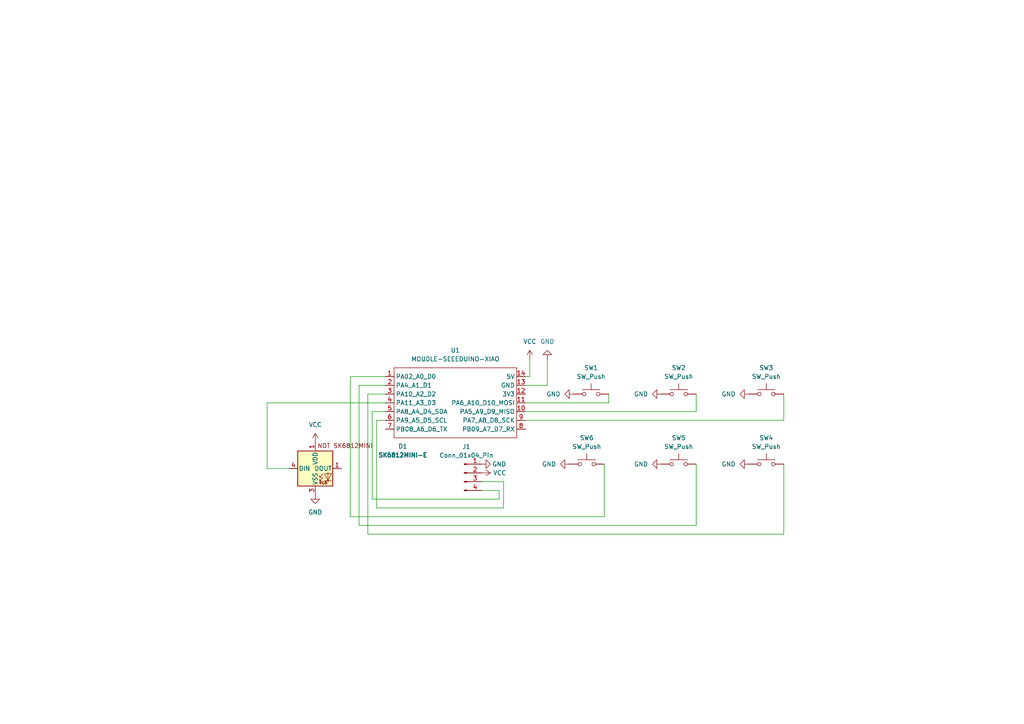
<source format=kicad_sch>
(kicad_sch
	(version 20250114)
	(generator "eeschema")
	(generator_version "9.0")
	(uuid "b0284c05-9d98-46ac-8c95-866da3dedb04")
	(paper "A4")
	(lib_symbols
		(symbol "Connector:Conn_01x04_Pin"
			(pin_names
				(offset 1.016)
				(hide yes)
			)
			(exclude_from_sim no)
			(in_bom yes)
			(on_board yes)
			(property "Reference" "J"
				(at 0 5.08 0)
				(effects
					(font
						(size 1.27 1.27)
					)
				)
			)
			(property "Value" "Conn_01x04_Pin"
				(at 0 -7.62 0)
				(effects
					(font
						(size 1.27 1.27)
					)
				)
			)
			(property "Footprint" ""
				(at 0 0 0)
				(effects
					(font
						(size 1.27 1.27)
					)
					(hide yes)
				)
			)
			(property "Datasheet" "~"
				(at 0 0 0)
				(effects
					(font
						(size 1.27 1.27)
					)
					(hide yes)
				)
			)
			(property "Description" "Generic connector, single row, 01x04, script generated"
				(at 0 0 0)
				(effects
					(font
						(size 1.27 1.27)
					)
					(hide yes)
				)
			)
			(property "ki_locked" ""
				(at 0 0 0)
				(effects
					(font
						(size 1.27 1.27)
					)
				)
			)
			(property "ki_keywords" "connector"
				(at 0 0 0)
				(effects
					(font
						(size 1.27 1.27)
					)
					(hide yes)
				)
			)
			(property "ki_fp_filters" "Connector*:*_1x??_*"
				(at 0 0 0)
				(effects
					(font
						(size 1.27 1.27)
					)
					(hide yes)
				)
			)
			(symbol "Conn_01x04_Pin_1_1"
				(rectangle
					(start 0.8636 2.667)
					(end 0 2.413)
					(stroke
						(width 0.1524)
						(type default)
					)
					(fill
						(type outline)
					)
				)
				(rectangle
					(start 0.8636 0.127)
					(end 0 -0.127)
					(stroke
						(width 0.1524)
						(type default)
					)
					(fill
						(type outline)
					)
				)
				(rectangle
					(start 0.8636 -2.413)
					(end 0 -2.667)
					(stroke
						(width 0.1524)
						(type default)
					)
					(fill
						(type outline)
					)
				)
				(rectangle
					(start 0.8636 -4.953)
					(end 0 -5.207)
					(stroke
						(width 0.1524)
						(type default)
					)
					(fill
						(type outline)
					)
				)
				(polyline
					(pts
						(xy 1.27 2.54) (xy 0.8636 2.54)
					)
					(stroke
						(width 0.1524)
						(type default)
					)
					(fill
						(type none)
					)
				)
				(polyline
					(pts
						(xy 1.27 0) (xy 0.8636 0)
					)
					(stroke
						(width 0.1524)
						(type default)
					)
					(fill
						(type none)
					)
				)
				(polyline
					(pts
						(xy 1.27 -2.54) (xy 0.8636 -2.54)
					)
					(stroke
						(width 0.1524)
						(type default)
					)
					(fill
						(type none)
					)
				)
				(polyline
					(pts
						(xy 1.27 -5.08) (xy 0.8636 -5.08)
					)
					(stroke
						(width 0.1524)
						(type default)
					)
					(fill
						(type none)
					)
				)
				(pin passive line
					(at 5.08 2.54 180)
					(length 3.81)
					(name "Pin_1"
						(effects
							(font
								(size 1.27 1.27)
							)
						)
					)
					(number "1"
						(effects
							(font
								(size 1.27 1.27)
							)
						)
					)
				)
				(pin passive line
					(at 5.08 0 180)
					(length 3.81)
					(name "Pin_2"
						(effects
							(font
								(size 1.27 1.27)
							)
						)
					)
					(number "2"
						(effects
							(font
								(size 1.27 1.27)
							)
						)
					)
				)
				(pin passive line
					(at 5.08 -2.54 180)
					(length 3.81)
					(name "Pin_3"
						(effects
							(font
								(size 1.27 1.27)
							)
						)
					)
					(number "3"
						(effects
							(font
								(size 1.27 1.27)
							)
						)
					)
				)
				(pin passive line
					(at 5.08 -5.08 180)
					(length 3.81)
					(name "Pin_4"
						(effects
							(font
								(size 1.27 1.27)
							)
						)
					)
					(number "4"
						(effects
							(font
								(size 1.27 1.27)
							)
						)
					)
				)
			)
			(embedded_fonts no)
		)
		(symbol "SK6812MINI-E:SK6812MINI-E"
			(pin_names
				(offset 0.254)
			)
			(exclude_from_sim no)
			(in_bom yes)
			(on_board yes)
			(property "Reference" "D"
				(at -3.556 5.842 0)
				(effects
					(font
						(size 1.27 1.27)
					)
					(justify right bottom)
				)
			)
			(property "Value" "SK6812MINI-E"
				(at 1.27 -5.715 0)
				(effects
					(font
						(size 1.27 1.27)
						(thickness 0.254)
						(bold yes)
					)
					(justify left top)
				)
			)
			(property "Footprint" "SK6812MINI-E - 3.2x2.8x1.78mm"
				(at 1.27 -7.62 0)
				(effects
					(font
						(size 1.27 1.27)
					)
					(justify left top)
					(hide yes)
				)
			)
			(property "Datasheet" "https://cdn-shop.adafruit.com/product-files/4960/4960_SK6812MINI-E_REV02_EN.pdf"
				(at 2.54 -9.525 0)
				(effects
					(font
						(size 1.27 1.27)
					)
					(justify left top)
					(hide yes)
				)
			)
			(property "Description" "RGB LED with integrated controller"
				(at 0 0 0)
				(effects
					(font
						(size 1.27 1.27)
					)
					(hide yes)
				)
			)
			(property "ki_keywords" "RGB LED NeoPixel Mini addressable"
				(at 0 0 0)
				(effects
					(font
						(size 1.27 1.27)
					)
					(hide yes)
				)
			)
			(property "ki_fp_filters" "LED*SK6812MINI*PLCC*3.5x3.5mm*P1.75mm*"
				(at 0 0 0)
				(effects
					(font
						(size 1.27 1.27)
					)
					(hide yes)
				)
			)
			(symbol "SK6812MINI-E_0_0"
				(text "RGB"
					(at 2.286 -4.191 0)
					(effects
						(font
							(size 0.762 0.762)
						)
					)
				)
			)
			(symbol "SK6812MINI-E_0_1"
				(rectangle
					(start -5.08 5.08)
					(end 5.08 -5.08)
					(stroke
						(width 0.254)
						(type default)
					)
					(fill
						(type background)
					)
				)
				(polyline
					(pts
						(xy 1.27 -2.54) (xy 1.778 -2.54)
					)
					(stroke
						(width 0)
						(type default)
					)
					(fill
						(type none)
					)
				)
				(polyline
					(pts
						(xy 1.27 -3.556) (xy 1.778 -3.556)
					)
					(stroke
						(width 0)
						(type default)
					)
					(fill
						(type none)
					)
				)
				(polyline
					(pts
						(xy 2.286 -1.524) (xy 1.27 -2.54) (xy 1.27 -2.032)
					)
					(stroke
						(width 0)
						(type default)
					)
					(fill
						(type none)
					)
				)
				(polyline
					(pts
						(xy 2.286 -2.54) (xy 1.27 -3.556) (xy 1.27 -3.048)
					)
					(stroke
						(width 0)
						(type default)
					)
					(fill
						(type none)
					)
				)
				(polyline
					(pts
						(xy 3.683 -1.016) (xy 3.683 -3.556) (xy 3.683 -4.064)
					)
					(stroke
						(width 0)
						(type default)
					)
					(fill
						(type none)
					)
				)
				(polyline
					(pts
						(xy 4.699 -1.524) (xy 2.667 -1.524) (xy 3.683 -3.556) (xy 4.699 -1.524)
					)
					(stroke
						(width 0)
						(type default)
					)
					(fill
						(type none)
					)
				)
				(polyline
					(pts
						(xy 4.699 -3.556) (xy 2.667 -3.556)
					)
					(stroke
						(width 0)
						(type default)
					)
					(fill
						(type none)
					)
				)
			)
			(symbol "SK6812MINI-E_1_1"
				(text "NOT SK6812MINI"
					(at 8.636 6.604 0)
					(effects
						(font
							(size 1.27 1.27)
						)
					)
				)
				(pin input line
					(at -7.62 0 0)
					(length 2.54)
					(name "DIN"
						(effects
							(font
								(size 1.27 1.27)
							)
						)
					)
					(number "4"
						(effects
							(font
								(size 1.27 1.27)
							)
						)
					)
				)
				(pin power_in line
					(at 0 7.62 270)
					(length 2.54)
					(name "VDD"
						(effects
							(font
								(size 1.27 1.27)
							)
						)
					)
					(number "1"
						(effects
							(font
								(size 1.27 1.27)
							)
						)
					)
				)
				(pin power_in line
					(at 0 -7.62 90)
					(length 2.54)
					(name "VSS"
						(effects
							(font
								(size 1.27 1.27)
							)
						)
					)
					(number "3"
						(effects
							(font
								(size 1.27 1.27)
							)
						)
					)
				)
				(pin output line
					(at 7.62 0 180)
					(length 2.54)
					(name "DOUT"
						(effects
							(font
								(size 1.27 1.27)
							)
						)
					)
					(number "1"
						(effects
							(font
								(size 1.27 1.27)
							)
						)
					)
				)
			)
			(embedded_fonts no)
		)
		(symbol "Switch:SW_Push"
			(pin_numbers
				(hide yes)
			)
			(pin_names
				(offset 1.016)
				(hide yes)
			)
			(exclude_from_sim no)
			(in_bom yes)
			(on_board yes)
			(property "Reference" "SW"
				(at 1.27 2.54 0)
				(effects
					(font
						(size 1.27 1.27)
					)
					(justify left)
				)
			)
			(property "Value" "SW_Push"
				(at 0 -1.524 0)
				(effects
					(font
						(size 1.27 1.27)
					)
				)
			)
			(property "Footprint" ""
				(at 0 5.08 0)
				(effects
					(font
						(size 1.27 1.27)
					)
					(hide yes)
				)
			)
			(property "Datasheet" "~"
				(at 0 5.08 0)
				(effects
					(font
						(size 1.27 1.27)
					)
					(hide yes)
				)
			)
			(property "Description" "Push button switch, generic, two pins"
				(at 0 0 0)
				(effects
					(font
						(size 1.27 1.27)
					)
					(hide yes)
				)
			)
			(property "ki_keywords" "switch normally-open pushbutton push-button"
				(at 0 0 0)
				(effects
					(font
						(size 1.27 1.27)
					)
					(hide yes)
				)
			)
			(symbol "SW_Push_0_1"
				(circle
					(center -2.032 0)
					(radius 0.508)
					(stroke
						(width 0)
						(type default)
					)
					(fill
						(type none)
					)
				)
				(polyline
					(pts
						(xy 0 1.27) (xy 0 3.048)
					)
					(stroke
						(width 0)
						(type default)
					)
					(fill
						(type none)
					)
				)
				(circle
					(center 2.032 0)
					(radius 0.508)
					(stroke
						(width 0)
						(type default)
					)
					(fill
						(type none)
					)
				)
				(polyline
					(pts
						(xy 2.54 1.27) (xy -2.54 1.27)
					)
					(stroke
						(width 0)
						(type default)
					)
					(fill
						(type none)
					)
				)
				(pin passive line
					(at -5.08 0 0)
					(length 2.54)
					(name "1"
						(effects
							(font
								(size 1.27 1.27)
							)
						)
					)
					(number "1"
						(effects
							(font
								(size 1.27 1.27)
							)
						)
					)
				)
				(pin passive line
					(at 5.08 0 180)
					(length 2.54)
					(name "2"
						(effects
							(font
								(size 1.27 1.27)
							)
						)
					)
					(number "2"
						(effects
							(font
								(size 1.27 1.27)
							)
						)
					)
				)
			)
			(embedded_fonts no)
		)
		(symbol "XIAO_RP2040:MOUDLE-SEEEDUINO-XIAO"
			(exclude_from_sim no)
			(in_bom yes)
			(on_board yes)
			(property "Reference" "U"
				(at -16.51 11.43 0)
				(effects
					(font
						(size 1.27 1.27)
					)
				)
			)
			(property "Value" "MOUDLE-SEEEDUINO-XIAO"
				(at -3.81 -11.43 0)
				(effects
					(font
						(size 1.27 1.27)
					)
				)
			)
			(property "Footprint" ""
				(at -16.51 2.54 0)
				(effects
					(font
						(size 1.27 1.27)
					)
					(hide yes)
				)
			)
			(property "Datasheet" ""
				(at -16.51 2.54 0)
				(effects
					(font
						(size 1.27 1.27)
					)
					(hide yes)
				)
			)
			(property "Description" ""
				(at 0 0 0)
				(effects
					(font
						(size 1.27 1.27)
					)
					(hide yes)
				)
			)
			(symbol "MOUDLE-SEEEDUINO-XIAO_0_1"
				(rectangle
					(start -16.51 10.16)
					(end 19.05 -10.16)
					(stroke
						(width 0)
						(type default)
					)
					(fill
						(type none)
					)
				)
			)
			(symbol "MOUDLE-SEEEDUINO-XIAO_1_1"
				(pin passive line
					(at -19.05 7.62 0)
					(length 2.54)
					(name "PA02_A0_D0"
						(effects
							(font
								(size 1.27 1.27)
							)
						)
					)
					(number "1"
						(effects
							(font
								(size 1.27 1.27)
							)
						)
					)
				)
				(pin passive line
					(at -19.05 5.08 0)
					(length 2.54)
					(name "PA4_A1_D1"
						(effects
							(font
								(size 1.27 1.27)
							)
						)
					)
					(number "2"
						(effects
							(font
								(size 1.27 1.27)
							)
						)
					)
				)
				(pin passive line
					(at -19.05 2.54 0)
					(length 2.54)
					(name "PA10_A2_D2"
						(effects
							(font
								(size 1.27 1.27)
							)
						)
					)
					(number "3"
						(effects
							(font
								(size 1.27 1.27)
							)
						)
					)
				)
				(pin passive line
					(at -19.05 0 0)
					(length 2.54)
					(name "PA11_A3_D3"
						(effects
							(font
								(size 1.27 1.27)
							)
						)
					)
					(number "4"
						(effects
							(font
								(size 1.27 1.27)
							)
						)
					)
				)
				(pin passive line
					(at -19.05 -2.54 0)
					(length 2.54)
					(name "PA8_A4_D4_SDA"
						(effects
							(font
								(size 1.27 1.27)
							)
						)
					)
					(number "5"
						(effects
							(font
								(size 1.27 1.27)
							)
						)
					)
				)
				(pin passive line
					(at -19.05 -5.08 0)
					(length 2.54)
					(name "PA9_A5_D5_SCL"
						(effects
							(font
								(size 1.27 1.27)
							)
						)
					)
					(number "6"
						(effects
							(font
								(size 1.27 1.27)
							)
						)
					)
				)
				(pin passive line
					(at -19.05 -7.62 0)
					(length 2.54)
					(name "PB08_A6_D6_TX"
						(effects
							(font
								(size 1.27 1.27)
							)
						)
					)
					(number "7"
						(effects
							(font
								(size 1.27 1.27)
							)
						)
					)
				)
				(pin passive line
					(at 21.59 7.62 180)
					(length 2.54)
					(name "5V"
						(effects
							(font
								(size 1.27 1.27)
							)
						)
					)
					(number "14"
						(effects
							(font
								(size 1.27 1.27)
							)
						)
					)
				)
				(pin passive line
					(at 21.59 5.08 180)
					(length 2.54)
					(name "GND"
						(effects
							(font
								(size 1.27 1.27)
							)
						)
					)
					(number "13"
						(effects
							(font
								(size 1.27 1.27)
							)
						)
					)
				)
				(pin passive line
					(at 21.59 2.54 180)
					(length 2.54)
					(name "3V3"
						(effects
							(font
								(size 1.27 1.27)
							)
						)
					)
					(number "12"
						(effects
							(font
								(size 1.27 1.27)
							)
						)
					)
				)
				(pin passive line
					(at 21.59 0 180)
					(length 2.54)
					(name "PA6_A10_D10_MOSI"
						(effects
							(font
								(size 1.27 1.27)
							)
						)
					)
					(number "11"
						(effects
							(font
								(size 1.27 1.27)
							)
						)
					)
				)
				(pin passive line
					(at 21.59 -2.54 180)
					(length 2.54)
					(name "PA5_A9_D9_MISO"
						(effects
							(font
								(size 1.27 1.27)
							)
						)
					)
					(number "10"
						(effects
							(font
								(size 1.27 1.27)
							)
						)
					)
				)
				(pin passive line
					(at 21.59 -5.08 180)
					(length 2.54)
					(name "PA7_A8_D8_SCK"
						(effects
							(font
								(size 1.27 1.27)
							)
						)
					)
					(number "9"
						(effects
							(font
								(size 1.27 1.27)
							)
						)
					)
				)
				(pin passive line
					(at 21.59 -7.62 180)
					(length 2.54)
					(name "PB09_A7_D7_RX"
						(effects
							(font
								(size 1.27 1.27)
							)
						)
					)
					(number "8"
						(effects
							(font
								(size 1.27 1.27)
							)
						)
					)
				)
			)
			(embedded_fonts no)
		)
		(symbol "power:GND"
			(power)
			(pin_numbers
				(hide yes)
			)
			(pin_names
				(offset 0)
				(hide yes)
			)
			(exclude_from_sim no)
			(in_bom yes)
			(on_board yes)
			(property "Reference" "#PWR"
				(at 0 -6.35 0)
				(effects
					(font
						(size 1.27 1.27)
					)
					(hide yes)
				)
			)
			(property "Value" "GND"
				(at 0 -3.81 0)
				(effects
					(font
						(size 1.27 1.27)
					)
				)
			)
			(property "Footprint" ""
				(at 0 0 0)
				(effects
					(font
						(size 1.27 1.27)
					)
					(hide yes)
				)
			)
			(property "Datasheet" ""
				(at 0 0 0)
				(effects
					(font
						(size 1.27 1.27)
					)
					(hide yes)
				)
			)
			(property "Description" "Power symbol creates a global label with name \"GND\" , ground"
				(at 0 0 0)
				(effects
					(font
						(size 1.27 1.27)
					)
					(hide yes)
				)
			)
			(property "ki_keywords" "global power"
				(at 0 0 0)
				(effects
					(font
						(size 1.27 1.27)
					)
					(hide yes)
				)
			)
			(symbol "GND_0_1"
				(polyline
					(pts
						(xy 0 0) (xy 0 -1.27) (xy 1.27 -1.27) (xy 0 -2.54) (xy -1.27 -1.27) (xy 0 -1.27)
					)
					(stroke
						(width 0)
						(type default)
					)
					(fill
						(type none)
					)
				)
			)
			(symbol "GND_1_1"
				(pin power_in line
					(at 0 0 270)
					(length 0)
					(name "~"
						(effects
							(font
								(size 1.27 1.27)
							)
						)
					)
					(number "1"
						(effects
							(font
								(size 1.27 1.27)
							)
						)
					)
				)
			)
			(embedded_fonts no)
		)
		(symbol "power:VCC"
			(power)
			(pin_numbers
				(hide yes)
			)
			(pin_names
				(offset 0)
				(hide yes)
			)
			(exclude_from_sim no)
			(in_bom yes)
			(on_board yes)
			(property "Reference" "#PWR"
				(at 0 -3.81 0)
				(effects
					(font
						(size 1.27 1.27)
					)
					(hide yes)
				)
			)
			(property "Value" "VCC"
				(at 0 3.556 0)
				(effects
					(font
						(size 1.27 1.27)
					)
				)
			)
			(property "Footprint" ""
				(at 0 0 0)
				(effects
					(font
						(size 1.27 1.27)
					)
					(hide yes)
				)
			)
			(property "Datasheet" ""
				(at 0 0 0)
				(effects
					(font
						(size 1.27 1.27)
					)
					(hide yes)
				)
			)
			(property "Description" "Power symbol creates a global label with name \"VCC\""
				(at 0 0 0)
				(effects
					(font
						(size 1.27 1.27)
					)
					(hide yes)
				)
			)
			(property "ki_keywords" "global power"
				(at 0 0 0)
				(effects
					(font
						(size 1.27 1.27)
					)
					(hide yes)
				)
			)
			(symbol "VCC_0_1"
				(polyline
					(pts
						(xy -0.762 1.27) (xy 0 2.54)
					)
					(stroke
						(width 0)
						(type default)
					)
					(fill
						(type none)
					)
				)
				(polyline
					(pts
						(xy 0 2.54) (xy 0.762 1.27)
					)
					(stroke
						(width 0)
						(type default)
					)
					(fill
						(type none)
					)
				)
				(polyline
					(pts
						(xy 0 0) (xy 0 2.54)
					)
					(stroke
						(width 0)
						(type default)
					)
					(fill
						(type none)
					)
				)
			)
			(symbol "VCC_1_1"
				(pin power_in line
					(at 0 0 90)
					(length 0)
					(name "~"
						(effects
							(font
								(size 1.27 1.27)
							)
						)
					)
					(number "1"
						(effects
							(font
								(size 1.27 1.27)
							)
						)
					)
				)
			)
			(embedded_fonts no)
		)
	)
	(wire
		(pts
			(xy 175.26 149.86) (xy 101.6 149.86)
		)
		(stroke
			(width 0)
			(type default)
		)
		(uuid "028905bf-6d09-443e-8a81-d03cfdfa2a0c")
	)
	(wire
		(pts
			(xy 146.05 139.7) (xy 139.7 139.7)
		)
		(stroke
			(width 0)
			(type default)
		)
		(uuid "07741634-e6fa-4457-998a-f8e76e9e630e")
	)
	(wire
		(pts
			(xy 107.95 144.78) (xy 144.78 144.78)
		)
		(stroke
			(width 0)
			(type default)
		)
		(uuid "0ae27e78-92e8-499f-bdf9-46dcccf426cc")
	)
	(wire
		(pts
			(xy 146.05 147.32) (xy 109.22 147.32)
		)
		(stroke
			(width 0)
			(type default)
		)
		(uuid "0c3f090c-0052-41ab-9563-31b59ace6475")
	)
	(wire
		(pts
			(xy 146.05 147.32) (xy 146.05 139.7)
		)
		(stroke
			(width 0)
			(type default)
		)
		(uuid "0d100123-8d5d-43bc-9177-48fd71d52ab3")
	)
	(wire
		(pts
			(xy 77.47 116.84) (xy 111.76 116.84)
		)
		(stroke
			(width 0)
			(type default)
		)
		(uuid "119d18ab-ec3c-4729-a784-cda32658bf6d")
	)
	(wire
		(pts
			(xy 104.14 152.4) (xy 104.14 111.76)
		)
		(stroke
			(width 0)
			(type default)
		)
		(uuid "13ba27ea-2d87-4a07-96c5-72bd11c0a67e")
	)
	(wire
		(pts
			(xy 201.93 134.62) (xy 201.93 152.4)
		)
		(stroke
			(width 0)
			(type default)
		)
		(uuid "1ee32fbd-e4bf-459b-adbf-901bbf35ab86")
	)
	(wire
		(pts
			(xy 227.33 114.3) (xy 227.33 121.92)
		)
		(stroke
			(width 0)
			(type default)
		)
		(uuid "3125f20c-949a-4dd8-a16f-7acc4e2b9afe")
	)
	(wire
		(pts
			(xy 104.14 111.76) (xy 111.76 111.76)
		)
		(stroke
			(width 0)
			(type default)
		)
		(uuid "3276a251-b254-47e0-bb69-e85a09b787ab")
	)
	(wire
		(pts
			(xy 101.6 149.86) (xy 101.6 109.22)
		)
		(stroke
			(width 0)
			(type default)
		)
		(uuid "3aaee2b6-d691-4422-8349-9d84ed1808fb")
	)
	(wire
		(pts
			(xy 144.78 144.78) (xy 144.78 142.24)
		)
		(stroke
			(width 0)
			(type default)
		)
		(uuid "40390274-0979-4514-af39-aae3c1aef342")
	)
	(wire
		(pts
			(xy 109.22 147.32) (xy 109.22 121.92)
		)
		(stroke
			(width 0)
			(type default)
		)
		(uuid "4a1de1fc-1d0e-4678-93b1-d5461c2f66d6")
	)
	(wire
		(pts
			(xy 227.33 154.94) (xy 106.68 154.94)
		)
		(stroke
			(width 0)
			(type default)
		)
		(uuid "4f499466-0c48-4edd-948d-166126596e8e")
	)
	(wire
		(pts
			(xy 139.7 142.24) (xy 144.78 142.24)
		)
		(stroke
			(width 0)
			(type default)
		)
		(uuid "60c4d579-0fdf-4d22-b2b7-7145097d3b8d")
	)
	(wire
		(pts
			(xy 109.22 121.92) (xy 111.76 121.92)
		)
		(stroke
			(width 0)
			(type default)
		)
		(uuid "642de6bc-1774-4203-9668-5cde3d31d390")
	)
	(wire
		(pts
			(xy 83.82 135.89) (xy 77.47 135.89)
		)
		(stroke
			(width 0)
			(type default)
		)
		(uuid "68c755ea-d704-4b6f-879e-7989dc846138")
	)
	(wire
		(pts
			(xy 201.93 114.3) (xy 201.93 119.38)
		)
		(stroke
			(width 0)
			(type default)
		)
		(uuid "6a502794-74b4-4af1-a6d1-3f1bac66f810")
	)
	(wire
		(pts
			(xy 101.6 109.22) (xy 111.76 109.22)
		)
		(stroke
			(width 0)
			(type default)
		)
		(uuid "6fea876e-ea6a-4e58-8bcd-6c7da3780e3a")
	)
	(wire
		(pts
			(xy 158.75 104.14) (xy 158.75 111.76)
		)
		(stroke
			(width 0)
			(type default)
		)
		(uuid "73033db6-da97-4bf4-bcd2-0e76029b5cb7")
	)
	(wire
		(pts
			(xy 176.53 114.3) (xy 176.53 116.84)
		)
		(stroke
			(width 0)
			(type default)
		)
		(uuid "7de44e23-705a-447c-92ac-4888dbc43749")
	)
	(wire
		(pts
			(xy 175.26 134.62) (xy 175.26 149.86)
		)
		(stroke
			(width 0)
			(type default)
		)
		(uuid "8b49d841-6fe5-4622-a620-36f904b1a428")
	)
	(wire
		(pts
			(xy 227.33 121.92) (xy 152.4 121.92)
		)
		(stroke
			(width 0)
			(type default)
		)
		(uuid "8d41d4b5-314d-4e06-9cab-798436098540")
	)
	(wire
		(pts
			(xy 111.76 119.38) (xy 107.95 119.38)
		)
		(stroke
			(width 0)
			(type default)
		)
		(uuid "8f5788b9-e005-4eaa-a21d-0697165d9e96")
	)
	(wire
		(pts
			(xy 158.75 111.76) (xy 152.4 111.76)
		)
		(stroke
			(width 0)
			(type default)
		)
		(uuid "969c9c8b-9b67-437d-8485-d309ad2b31ca")
	)
	(wire
		(pts
			(xy 227.33 134.62) (xy 227.33 154.94)
		)
		(stroke
			(width 0)
			(type default)
		)
		(uuid "a10fd6d0-8044-4a11-a900-b8edabf754d3")
	)
	(wire
		(pts
			(xy 77.47 135.89) (xy 77.47 116.84)
		)
		(stroke
			(width 0)
			(type default)
		)
		(uuid "a317a4ca-cb8a-4b92-9ea5-7462a8f85ca7")
	)
	(wire
		(pts
			(xy 106.68 154.94) (xy 106.68 114.3)
		)
		(stroke
			(width 0)
			(type default)
		)
		(uuid "abe2a300-8ae1-454a-8a73-a8933bb01120")
	)
	(wire
		(pts
			(xy 201.93 119.38) (xy 152.4 119.38)
		)
		(stroke
			(width 0)
			(type default)
		)
		(uuid "ae02710b-6f4c-4ae8-a7e8-216ffb24bea6")
	)
	(wire
		(pts
			(xy 153.67 109.22) (xy 152.4 109.22)
		)
		(stroke
			(width 0)
			(type default)
		)
		(uuid "b01324e2-5d6d-486f-83d5-2477adb14692")
	)
	(wire
		(pts
			(xy 106.68 114.3) (xy 111.76 114.3)
		)
		(stroke
			(width 0)
			(type default)
		)
		(uuid "b11b3cc1-158b-4ab4-b196-1be5737076cb")
	)
	(wire
		(pts
			(xy 201.93 152.4) (xy 104.14 152.4)
		)
		(stroke
			(width 0)
			(type default)
		)
		(uuid "cdbd083f-f1d2-40b8-9894-8f6538bbbcf9")
	)
	(wire
		(pts
			(xy 176.53 116.84) (xy 152.4 116.84)
		)
		(stroke
			(width 0)
			(type default)
		)
		(uuid "ce1613db-4fa6-4aa0-95cf-6d70be5e479b")
	)
	(wire
		(pts
			(xy 153.67 104.14) (xy 153.67 109.22)
		)
		(stroke
			(width 0)
			(type default)
		)
		(uuid "e019f4a0-4e6e-4854-8953-4fb1d4b3a57e")
	)
	(wire
		(pts
			(xy 107.95 119.38) (xy 107.95 144.78)
		)
		(stroke
			(width 0)
			(type default)
		)
		(uuid "f9344073-667e-45a5-97af-af7fc29f831f")
	)
	(symbol
		(lib_id "power:GND")
		(at 165.1 134.62 270)
		(unit 1)
		(exclude_from_sim no)
		(in_bom yes)
		(on_board yes)
		(dnp no)
		(fields_autoplaced yes)
		(uuid "1b9e775d-a416-44ca-827d-fce1cdf144a4")
		(property "Reference" "#PWR03"
			(at 158.75 134.62 0)
			(effects
				(font
					(size 1.27 1.27)
				)
				(hide yes)
			)
		)
		(property "Value" "GND"
			(at 161.29 134.6199 90)
			(effects
				(font
					(size 1.27 1.27)
				)
				(justify right)
			)
		)
		(property "Footprint" ""
			(at 165.1 134.62 0)
			(effects
				(font
					(size 1.27 1.27)
				)
				(hide yes)
			)
		)
		(property "Datasheet" ""
			(at 165.1 134.62 0)
			(effects
				(font
					(size 1.27 1.27)
				)
				(hide yes)
			)
		)
		(property "Description" "Power symbol creates a global label with name \"GND\" , ground"
			(at 165.1 134.62 0)
			(effects
				(font
					(size 1.27 1.27)
				)
				(hide yes)
			)
		)
		(pin "1"
			(uuid "609dbde7-2098-436a-8184-ec275c13a7a1")
		)
		(instances
			(project ""
				(path "/b0284c05-9d98-46ac-8c95-866da3dedb04"
					(reference "#PWR03")
					(unit 1)
				)
			)
		)
	)
	(symbol
		(lib_id "power:GND")
		(at 91.44 143.51 0)
		(unit 1)
		(exclude_from_sim no)
		(in_bom yes)
		(on_board yes)
		(dnp no)
		(fields_autoplaced yes)
		(uuid "24014684-655b-4a69-966d-035bef3021fa")
		(property "Reference" "#PWR08"
			(at 91.44 149.86 0)
			(effects
				(font
					(size 1.27 1.27)
				)
				(hide yes)
			)
		)
		(property "Value" "GND"
			(at 91.44 148.59 0)
			(effects
				(font
					(size 1.27 1.27)
				)
			)
		)
		(property "Footprint" ""
			(at 91.44 143.51 0)
			(effects
				(font
					(size 1.27 1.27)
				)
				(hide yes)
			)
		)
		(property "Datasheet" ""
			(at 91.44 143.51 0)
			(effects
				(font
					(size 1.27 1.27)
				)
				(hide yes)
			)
		)
		(property "Description" "Power symbol creates a global label with name \"GND\" , ground"
			(at 91.44 143.51 0)
			(effects
				(font
					(size 1.27 1.27)
				)
				(hide yes)
			)
		)
		(pin "1"
			(uuid "54e0a049-2c04-454b-83ba-1a8d80fca6e4")
		)
		(instances
			(project ""
				(path "/b0284c05-9d98-46ac-8c95-866da3dedb04"
					(reference "#PWR08")
					(unit 1)
				)
			)
		)
	)
	(symbol
		(lib_id "power:GND")
		(at 217.17 114.3 270)
		(unit 1)
		(exclude_from_sim no)
		(in_bom yes)
		(on_board yes)
		(dnp no)
		(fields_autoplaced yes)
		(uuid "382cb428-df64-4a6c-bf96-8a38a311bdba")
		(property "Reference" "#PWR06"
			(at 210.82 114.3 0)
			(effects
				(font
					(size 1.27 1.27)
				)
				(hide yes)
			)
		)
		(property "Value" "GND"
			(at 213.36 114.2999 90)
			(effects
				(font
					(size 1.27 1.27)
				)
				(justify right)
			)
		)
		(property "Footprint" ""
			(at 217.17 114.3 0)
			(effects
				(font
					(size 1.27 1.27)
				)
				(hide yes)
			)
		)
		(property "Datasheet" ""
			(at 217.17 114.3 0)
			(effects
				(font
					(size 1.27 1.27)
				)
				(hide yes)
			)
		)
		(property "Description" "Power symbol creates a global label with name \"GND\" , ground"
			(at 217.17 114.3 0)
			(effects
				(font
					(size 1.27 1.27)
				)
				(hide yes)
			)
		)
		(pin "1"
			(uuid "609dbde7-2098-436a-8184-ec275c13a7a1")
		)
		(instances
			(project ""
				(path "/b0284c05-9d98-46ac-8c95-866da3dedb04"
					(reference "#PWR06")
					(unit 1)
				)
			)
		)
	)
	(symbol
		(lib_id "Switch:SW_Push")
		(at 170.18 134.62 0)
		(unit 1)
		(exclude_from_sim no)
		(in_bom yes)
		(on_board yes)
		(dnp no)
		(fields_autoplaced yes)
		(uuid "3baa5f36-1c60-452c-bcf1-b9f147ab7d33")
		(property "Reference" "SW6"
			(at 170.18 127 0)
			(effects
				(font
					(size 1.27 1.27)
				)
			)
		)
		(property "Value" "SW_Push"
			(at 170.18 129.54 0)
			(effects
				(font
					(size 1.27 1.27)
				)
			)
		)
		(property "Footprint" "Button_Switch_Keyboard:SW_Cherry_MX_1.00u_PCB"
			(at 170.18 129.54 0)
			(effects
				(font
					(size 1.27 1.27)
				)
				(hide yes)
			)
		)
		(property "Datasheet" "~"
			(at 170.18 129.54 0)
			(effects
				(font
					(size 1.27 1.27)
				)
				(hide yes)
			)
		)
		(property "Description" "Push button switch, generic, two pins"
			(at 170.18 134.62 0)
			(effects
				(font
					(size 1.27 1.27)
				)
				(hide yes)
			)
		)
		(pin "2"
			(uuid "e2ca74d6-3575-458c-8367-7ff0875fba53")
		)
		(pin "1"
			(uuid "ef2d47d9-1b12-4e63-a288-aad309b5f503")
		)
		(instances
			(project ""
				(path "/b0284c05-9d98-46ac-8c95-866da3dedb04"
					(reference "SW6")
					(unit 1)
				)
			)
		)
	)
	(symbol
		(lib_id "power:VCC")
		(at 153.67 104.14 0)
		(unit 1)
		(exclude_from_sim no)
		(in_bom yes)
		(on_board yes)
		(dnp no)
		(fields_autoplaced yes)
		(uuid "756d453c-b0d3-4c45-87a8-6fb84e78b01d")
		(property "Reference" "#PWR011"
			(at 153.67 107.95 0)
			(effects
				(font
					(size 1.27 1.27)
				)
				(hide yes)
			)
		)
		(property "Value" "VCC"
			(at 153.67 99.06 0)
			(effects
				(font
					(size 1.27 1.27)
				)
			)
		)
		(property "Footprint" ""
			(at 153.67 104.14 0)
			(effects
				(font
					(size 1.27 1.27)
				)
				(hide yes)
			)
		)
		(property "Datasheet" ""
			(at 153.67 104.14 0)
			(effects
				(font
					(size 1.27 1.27)
				)
				(hide yes)
			)
		)
		(property "Description" "Power symbol creates a global label with name \"VCC\""
			(at 153.67 104.14 0)
			(effects
				(font
					(size 1.27 1.27)
				)
				(hide yes)
			)
		)
		(pin "1"
			(uuid "6e43643f-a589-46c9-9af1-1457a1262b99")
		)
		(instances
			(project ""
				(path "/b0284c05-9d98-46ac-8c95-866da3dedb04"
					(reference "#PWR011")
					(unit 1)
				)
			)
		)
	)
	(symbol
		(lib_id "power:GND")
		(at 191.77 114.3 270)
		(unit 1)
		(exclude_from_sim no)
		(in_bom yes)
		(on_board yes)
		(dnp no)
		(fields_autoplaced yes)
		(uuid "7d9db6e7-8e13-4b4c-a823-2b63664f73e8")
		(property "Reference" "#PWR05"
			(at 185.42 114.3 0)
			(effects
				(font
					(size 1.27 1.27)
				)
				(hide yes)
			)
		)
		(property "Value" "GND"
			(at 187.96 114.2999 90)
			(effects
				(font
					(size 1.27 1.27)
				)
				(justify right)
			)
		)
		(property "Footprint" ""
			(at 191.77 114.3 0)
			(effects
				(font
					(size 1.27 1.27)
				)
				(hide yes)
			)
		)
		(property "Datasheet" ""
			(at 191.77 114.3 0)
			(effects
				(font
					(size 1.27 1.27)
				)
				(hide yes)
			)
		)
		(property "Description" "Power symbol creates a global label with name \"GND\" , ground"
			(at 191.77 114.3 0)
			(effects
				(font
					(size 1.27 1.27)
				)
				(hide yes)
			)
		)
		(pin "1"
			(uuid "609dbde7-2098-436a-8184-ec275c13a7a1")
		)
		(instances
			(project ""
				(path "/b0284c05-9d98-46ac-8c95-866da3dedb04"
					(reference "#PWR05")
					(unit 1)
				)
			)
		)
	)
	(symbol
		(lib_id "XIAO_RP2040:MOUDLE-SEEEDUINO-XIAO")
		(at 130.81 116.84 0)
		(unit 1)
		(exclude_from_sim no)
		(in_bom yes)
		(on_board yes)
		(dnp no)
		(fields_autoplaced yes)
		(uuid "8aafc16d-49c3-476e-b7ca-5d4abdcac508")
		(property "Reference" "U1"
			(at 132.08 101.6 0)
			(effects
				(font
					(size 1.27 1.27)
				)
			)
		)
		(property "Value" "MOUDLE-SEEEDUINO-XIAO"
			(at 132.08 104.14 0)
			(effects
				(font
					(size 1.27 1.27)
				)
			)
		)
		(property "Footprint" "footprints:XIAO-Generic-Hybrid-14P-2.54-21X17.8MM"
			(at 114.3 114.3 0)
			(effects
				(font
					(size 1.27 1.27)
				)
				(hide yes)
			)
		)
		(property "Datasheet" ""
			(at 114.3 114.3 0)
			(effects
				(font
					(size 1.27 1.27)
				)
				(hide yes)
			)
		)
		(property "Description" ""
			(at 130.81 116.84 0)
			(effects
				(font
					(size 1.27 1.27)
				)
				(hide yes)
			)
		)
		(pin "7"
			(uuid "75150a9f-fa31-4a7d-9bd6-b2282aef2c52")
		)
		(pin "1"
			(uuid "67bb1bea-a94f-4e45-9ead-f04b4ff0bfbe")
		)
		(pin "10"
			(uuid "b387d273-7077-4366-991e-0f3c78d1f4bd")
		)
		(pin "8"
			(uuid "466d6189-124a-4784-8a8c-4b03336ed8bf")
		)
		(pin "2"
			(uuid "32c1f86a-de07-472f-aba5-e72743177800")
		)
		(pin "5"
			(uuid "16ca6dbe-dd8d-4071-a9b8-285e0a00ef2c")
		)
		(pin "6"
			(uuid "f66d1340-09b4-4453-9c14-813427e01ef8")
		)
		(pin "3"
			(uuid "9c4a440e-6084-4b3b-a8f3-e0b4ceb84532")
		)
		(pin "4"
			(uuid "fb0fa119-5ff2-4c3c-a955-6c91661c3442")
		)
		(pin "14"
			(uuid "adba2c6c-5ebc-4827-b99d-578e86fa383e")
		)
		(pin "12"
			(uuid "b3312b06-c900-47d6-9625-6f50e7b56a4f")
		)
		(pin "13"
			(uuid "0fb0f8bf-f5f6-4aca-a715-e07d4beb12e9")
		)
		(pin "11"
			(uuid "f8e75b10-672f-449d-94be-9089f9f96976")
		)
		(pin "9"
			(uuid "95a476fd-d7c4-49ba-8830-701651b601ed")
		)
		(instances
			(project ""
				(path "/b0284c05-9d98-46ac-8c95-866da3dedb04"
					(reference "U1")
					(unit 1)
				)
			)
		)
	)
	(symbol
		(lib_id "power:VCC")
		(at 139.7 137.16 270)
		(unit 1)
		(exclude_from_sim no)
		(in_bom yes)
		(on_board yes)
		(dnp no)
		(uuid "925e28e3-eaaf-4354-ba70-56e64b91e0a6")
		(property "Reference" "#PWR09"
			(at 135.89 137.16 0)
			(effects
				(font
					(size 1.27 1.27)
				)
				(hide yes)
			)
		)
		(property "Value" "VCC"
			(at 143.002 137.16 90)
			(effects
				(font
					(size 1.27 1.27)
				)
				(justify left)
			)
		)
		(property "Footprint" ""
			(at 139.7 137.16 0)
			(effects
				(font
					(size 1.27 1.27)
				)
				(hide yes)
			)
		)
		(property "Datasheet" ""
			(at 139.7 137.16 0)
			(effects
				(font
					(size 1.27 1.27)
				)
				(hide yes)
			)
		)
		(property "Description" "Power symbol creates a global label with name \"VCC\""
			(at 139.7 137.16 0)
			(effects
				(font
					(size 1.27 1.27)
				)
				(hide yes)
			)
		)
		(pin "1"
			(uuid "e22853fc-1117-493f-9093-ae5194891988")
		)
		(instances
			(project ""
				(path "/b0284c05-9d98-46ac-8c95-866da3dedb04"
					(reference "#PWR09")
					(unit 1)
				)
			)
		)
	)
	(symbol
		(lib_id "power:GND")
		(at 158.75 104.14 180)
		(unit 1)
		(exclude_from_sim no)
		(in_bom yes)
		(on_board yes)
		(dnp no)
		(uuid "a6dfeb04-a8fe-4ac4-a265-823208322f38")
		(property "Reference" "#PWR012"
			(at 158.75 97.79 0)
			(effects
				(font
					(size 1.27 1.27)
				)
				(hide yes)
			)
		)
		(property "Value" "GND"
			(at 158.75 99.06 0)
			(effects
				(font
					(size 1.27 1.27)
				)
			)
		)
		(property "Footprint" ""
			(at 158.75 104.14 0)
			(effects
				(font
					(size 1.27 1.27)
				)
				(hide yes)
			)
		)
		(property "Datasheet" ""
			(at 158.75 104.14 0)
			(effects
				(font
					(size 1.27 1.27)
				)
				(hide yes)
			)
		)
		(property "Description" "Power symbol creates a global label with name \"GND\" , ground"
			(at 158.75 104.14 0)
			(effects
				(font
					(size 1.27 1.27)
				)
				(hide yes)
			)
		)
		(pin "1"
			(uuid "fdc1a0f8-1956-4af4-a2d1-9967cd7ac08a")
		)
		(instances
			(project ""
				(path "/b0284c05-9d98-46ac-8c95-866da3dedb04"
					(reference "#PWR012")
					(unit 1)
				)
			)
		)
	)
	(symbol
		(lib_id "Switch:SW_Push")
		(at 222.25 134.62 0)
		(unit 1)
		(exclude_from_sim no)
		(in_bom yes)
		(on_board yes)
		(dnp no)
		(fields_autoplaced yes)
		(uuid "c3f921f0-9da0-4852-bc98-91d1d153dac7")
		(property "Reference" "SW4"
			(at 222.25 127 0)
			(effects
				(font
					(size 1.27 1.27)
				)
			)
		)
		(property "Value" "SW_Push"
			(at 222.25 129.54 0)
			(effects
				(font
					(size 1.27 1.27)
				)
			)
		)
		(property "Footprint" "Button_Switch_Keyboard:SW_Cherry_MX_1.00u_PCB"
			(at 222.25 129.54 0)
			(effects
				(font
					(size 1.27 1.27)
				)
				(hide yes)
			)
		)
		(property "Datasheet" "~"
			(at 222.25 129.54 0)
			(effects
				(font
					(size 1.27 1.27)
				)
				(hide yes)
			)
		)
		(property "Description" "Push button switch, generic, two pins"
			(at 222.25 134.62 0)
			(effects
				(font
					(size 1.27 1.27)
				)
				(hide yes)
			)
		)
		(pin "2"
			(uuid "e2ca74d6-3575-458c-8367-7ff0875fba53")
		)
		(pin "1"
			(uuid "ef2d47d9-1b12-4e63-a288-aad309b5f503")
		)
		(instances
			(project ""
				(path "/b0284c05-9d98-46ac-8c95-866da3dedb04"
					(reference "SW4")
					(unit 1)
				)
			)
		)
	)
	(symbol
		(lib_id "SK6812MINI-E:SK6812MINI-E")
		(at 91.44 135.89 0)
		(unit 1)
		(exclude_from_sim no)
		(in_bom yes)
		(on_board yes)
		(dnp no)
		(fields_autoplaced yes)
		(uuid "c5db4e77-6191-48bb-b54d-e2a11b18f2b3")
		(property "Reference" "D1"
			(at 116.84 129.4698 0)
			(effects
				(font
					(size 1.27 1.27)
				)
			)
		)
		(property "Value" "SK6812MINI-E"
			(at 116.84 132.0099 0)
			(effects
				(font
					(size 1.27 1.27)
					(thickness 0.254)
					(bold yes)
				)
			)
		)
		(property "Footprint" "footprints:SK6812MINI-E_fixed"
			(at 92.71 143.51 0)
			(effects
				(font
					(size 1.27 1.27)
				)
				(justify left top)
				(hide yes)
			)
		)
		(property "Datasheet" "https://cdn-shop.adafruit.com/product-files/4960/4960_SK6812MINI-E_REV02_EN.pdf"
			(at 93.98 145.415 0)
			(effects
				(font
					(size 1.27 1.27)
				)
				(justify left top)
				(hide yes)
			)
		)
		(property "Description" "RGB LED with integrated controller"
			(at 91.44 135.89 0)
			(effects
				(font
					(size 1.27 1.27)
				)
				(hide yes)
			)
		)
		(pin "3"
			(uuid "d025b424-a18a-4b0b-a233-8d85a2e760b3")
		)
		(pin "4"
			(uuid "7b100e59-7761-4a4e-b191-9df36354c4c5")
		)
		(pin "1"
			(uuid "8e3d3610-0fa2-4940-b2b0-f0870461c408")
		)
		(pin "1"
			(uuid "ccf7fcd3-4a96-46fa-91e0-a10103242def")
		)
		(instances
			(project ""
				(path "/b0284c05-9d98-46ac-8c95-866da3dedb04"
					(reference "D1")
					(unit 1)
				)
			)
		)
	)
	(symbol
		(lib_id "power:GND")
		(at 166.37 114.3 270)
		(unit 1)
		(exclude_from_sim no)
		(in_bom yes)
		(on_board yes)
		(dnp no)
		(fields_autoplaced yes)
		(uuid "c6a13ef1-e8be-4fe4-97a6-3bab01d7ce9e")
		(property "Reference" "#PWR02"
			(at 160.02 114.3 0)
			(effects
				(font
					(size 1.27 1.27)
				)
				(hide yes)
			)
		)
		(property "Value" "GND"
			(at 162.56 114.2999 90)
			(effects
				(font
					(size 1.27 1.27)
				)
				(justify right)
			)
		)
		(property "Footprint" ""
			(at 166.37 114.3 0)
			(effects
				(font
					(size 1.27 1.27)
				)
				(hide yes)
			)
		)
		(property "Datasheet" ""
			(at 166.37 114.3 0)
			(effects
				(font
					(size 1.27 1.27)
				)
				(hide yes)
			)
		)
		(property "Description" "Power symbol creates a global label with name \"GND\" , ground"
			(at 166.37 114.3 0)
			(effects
				(font
					(size 1.27 1.27)
				)
				(hide yes)
			)
		)
		(pin "1"
			(uuid "609dbde7-2098-436a-8184-ec275c13a7a1")
		)
		(instances
			(project ""
				(path "/b0284c05-9d98-46ac-8c95-866da3dedb04"
					(reference "#PWR02")
					(unit 1)
				)
			)
		)
	)
	(symbol
		(lib_id "power:GND")
		(at 139.7 134.62 90)
		(unit 1)
		(exclude_from_sim no)
		(in_bom yes)
		(on_board yes)
		(dnp no)
		(uuid "c8f9367f-b90c-447f-bc80-5dd5fdafd6d0")
		(property "Reference" "#PWR01"
			(at 146.05 134.62 0)
			(effects
				(font
					(size 1.27 1.27)
				)
				(hide yes)
			)
		)
		(property "Value" "GND"
			(at 144.78 134.62 90)
			(effects
				(font
					(size 1.27 1.27)
				)
			)
		)
		(property "Footprint" ""
			(at 139.7 134.62 0)
			(effects
				(font
					(size 1.27 1.27)
				)
				(hide yes)
			)
		)
		(property "Datasheet" ""
			(at 139.7 134.62 0)
			(effects
				(font
					(size 1.27 1.27)
				)
				(hide yes)
			)
		)
		(property "Description" "Power symbol creates a global label with name \"GND\" , ground"
			(at 139.7 134.62 0)
			(effects
				(font
					(size 1.27 1.27)
				)
				(hide yes)
			)
		)
		(pin "1"
			(uuid "0be77876-ea18-47e9-8cff-6c0475df6d2b")
		)
		(instances
			(project ""
				(path "/b0284c05-9d98-46ac-8c95-866da3dedb04"
					(reference "#PWR01")
					(unit 1)
				)
			)
		)
	)
	(symbol
		(lib_id "power:GND")
		(at 191.77 134.62 270)
		(unit 1)
		(exclude_from_sim no)
		(in_bom yes)
		(on_board yes)
		(dnp no)
		(fields_autoplaced yes)
		(uuid "ca1118e8-9047-45b8-ae7c-e588179790b8")
		(property "Reference" "#PWR04"
			(at 185.42 134.62 0)
			(effects
				(font
					(size 1.27 1.27)
				)
				(hide yes)
			)
		)
		(property "Value" "GND"
			(at 187.96 134.6199 90)
			(effects
				(font
					(size 1.27 1.27)
				)
				(justify right)
			)
		)
		(property "Footprint" ""
			(at 191.77 134.62 0)
			(effects
				(font
					(size 1.27 1.27)
				)
				(hide yes)
			)
		)
		(property "Datasheet" ""
			(at 191.77 134.62 0)
			(effects
				(font
					(size 1.27 1.27)
				)
				(hide yes)
			)
		)
		(property "Description" "Power symbol creates a global label with name \"GND\" , ground"
			(at 191.77 134.62 0)
			(effects
				(font
					(size 1.27 1.27)
				)
				(hide yes)
			)
		)
		(pin "1"
			(uuid "609dbde7-2098-436a-8184-ec275c13a7a1")
		)
		(instances
			(project ""
				(path "/b0284c05-9d98-46ac-8c95-866da3dedb04"
					(reference "#PWR04")
					(unit 1)
				)
			)
		)
	)
	(symbol
		(lib_id "Connector:Conn_01x04_Pin")
		(at 134.62 137.16 0)
		(unit 1)
		(exclude_from_sim no)
		(in_bom yes)
		(on_board yes)
		(dnp no)
		(fields_autoplaced yes)
		(uuid "cf613e31-5c3a-412f-ae9a-32afc2bf775a")
		(property "Reference" "J1"
			(at 135.255 129.54 0)
			(effects
				(font
					(size 1.27 1.27)
				)
			)
		)
		(property "Value" "Conn_01x04_Pin"
			(at 135.255 132.08 0)
			(effects
				(font
					(size 1.27 1.27)
				)
			)
		)
		(property "Footprint" "footprints:SSD1306-0.91-OLED-4pin-128x32"
			(at 134.62 137.16 0)
			(effects
				(font
					(size 1.27 1.27)
				)
				(hide yes)
			)
		)
		(property "Datasheet" "~"
			(at 134.62 137.16 0)
			(effects
				(font
					(size 1.27 1.27)
				)
				(hide yes)
			)
		)
		(property "Description" "Generic connector, single row, 01x04, script generated"
			(at 134.62 137.16 0)
			(effects
				(font
					(size 1.27 1.27)
				)
				(hide yes)
			)
		)
		(pin "1"
			(uuid "bcb4e677-cf47-4d08-bc18-5bf51e198686")
		)
		(pin "3"
			(uuid "a2f63ae5-c65f-467c-b4f2-91ef0cbd166a")
		)
		(pin "2"
			(uuid "b0b3fc4b-998f-4a50-9b37-9adc143fd48e")
		)
		(pin "4"
			(uuid "2b09b300-6cef-48f3-8d81-cc4cd7a38826")
		)
		(instances
			(project ""
				(path "/b0284c05-9d98-46ac-8c95-866da3dedb04"
					(reference "J1")
					(unit 1)
				)
			)
		)
	)
	(symbol
		(lib_id "Switch:SW_Push")
		(at 196.85 114.3 0)
		(unit 1)
		(exclude_from_sim no)
		(in_bom yes)
		(on_board yes)
		(dnp no)
		(fields_autoplaced yes)
		(uuid "db318411-3e8c-483b-9100-0968b333e8bf")
		(property "Reference" "SW2"
			(at 196.85 106.68 0)
			(effects
				(font
					(size 1.27 1.27)
				)
			)
		)
		(property "Value" "SW_Push"
			(at 196.85 109.22 0)
			(effects
				(font
					(size 1.27 1.27)
				)
			)
		)
		(property "Footprint" "Button_Switch_Keyboard:SW_Cherry_MX_1.00u_PCB"
			(at 196.85 109.22 0)
			(effects
				(font
					(size 1.27 1.27)
				)
				(hide yes)
			)
		)
		(property "Datasheet" "~"
			(at 196.85 109.22 0)
			(effects
				(font
					(size 1.27 1.27)
				)
				(hide yes)
			)
		)
		(property "Description" "Push button switch, generic, two pins"
			(at 196.85 114.3 0)
			(effects
				(font
					(size 1.27 1.27)
				)
				(hide yes)
			)
		)
		(pin "2"
			(uuid "e2ca74d6-3575-458c-8367-7ff0875fba53")
		)
		(pin "1"
			(uuid "ef2d47d9-1b12-4e63-a288-aad309b5f503")
		)
		(instances
			(project ""
				(path "/b0284c05-9d98-46ac-8c95-866da3dedb04"
					(reference "SW2")
					(unit 1)
				)
			)
		)
	)
	(symbol
		(lib_id "power:GND")
		(at 217.17 134.62 270)
		(unit 1)
		(exclude_from_sim no)
		(in_bom yes)
		(on_board yes)
		(dnp no)
		(fields_autoplaced yes)
		(uuid "e286c3a3-e1af-4860-93d9-b4f2e9cf7e0a")
		(property "Reference" "#PWR07"
			(at 210.82 134.62 0)
			(effects
				(font
					(size 1.27 1.27)
				)
				(hide yes)
			)
		)
		(property "Value" "GND"
			(at 213.36 134.6199 90)
			(effects
				(font
					(size 1.27 1.27)
				)
				(justify right)
			)
		)
		(property "Footprint" ""
			(at 217.17 134.62 0)
			(effects
				(font
					(size 1.27 1.27)
				)
				(hide yes)
			)
		)
		(property "Datasheet" ""
			(at 217.17 134.62 0)
			(effects
				(font
					(size 1.27 1.27)
				)
				(hide yes)
			)
		)
		(property "Description" "Power symbol creates a global label with name \"GND\" , ground"
			(at 217.17 134.62 0)
			(effects
				(font
					(size 1.27 1.27)
				)
				(hide yes)
			)
		)
		(pin "1"
			(uuid "609dbde7-2098-436a-8184-ec275c13a7a1")
		)
		(instances
			(project ""
				(path "/b0284c05-9d98-46ac-8c95-866da3dedb04"
					(reference "#PWR07")
					(unit 1)
				)
			)
		)
	)
	(symbol
		(lib_id "Switch:SW_Push")
		(at 196.85 134.62 0)
		(unit 1)
		(exclude_from_sim no)
		(in_bom yes)
		(on_board yes)
		(dnp no)
		(fields_autoplaced yes)
		(uuid "e3f4fafd-19ba-46d4-ad6c-2ff6d6b6c710")
		(property "Reference" "SW5"
			(at 196.85 127 0)
			(effects
				(font
					(size 1.27 1.27)
				)
			)
		)
		(property "Value" "SW_Push"
			(at 196.85 129.54 0)
			(effects
				(font
					(size 1.27 1.27)
				)
			)
		)
		(property "Footprint" "Button_Switch_Keyboard:SW_Cherry_MX_1.00u_PCB"
			(at 196.85 129.54 0)
			(effects
				(font
					(size 1.27 1.27)
				)
				(hide yes)
			)
		)
		(property "Datasheet" "~"
			(at 196.85 129.54 0)
			(effects
				(font
					(size 1.27 1.27)
				)
				(hide yes)
			)
		)
		(property "Description" "Push button switch, generic, two pins"
			(at 196.85 134.62 0)
			(effects
				(font
					(size 1.27 1.27)
				)
				(hide yes)
			)
		)
		(pin "2"
			(uuid "e2ca74d6-3575-458c-8367-7ff0875fba53")
		)
		(pin "1"
			(uuid "ef2d47d9-1b12-4e63-a288-aad309b5f503")
		)
		(instances
			(project ""
				(path "/b0284c05-9d98-46ac-8c95-866da3dedb04"
					(reference "SW5")
					(unit 1)
				)
			)
		)
	)
	(symbol
		(lib_id "Switch:SW_Push")
		(at 171.45 114.3 0)
		(unit 1)
		(exclude_from_sim no)
		(in_bom yes)
		(on_board yes)
		(dnp no)
		(fields_autoplaced yes)
		(uuid "f355c195-532a-4b61-a222-661db568d8d6")
		(property "Reference" "SW1"
			(at 171.45 106.68 0)
			(effects
				(font
					(size 1.27 1.27)
				)
			)
		)
		(property "Value" "SW_Push"
			(at 171.45 109.22 0)
			(effects
				(font
					(size 1.27 1.27)
				)
			)
		)
		(property "Footprint" "Button_Switch_Keyboard:SW_Cherry_MX_1.00u_PCB"
			(at 171.45 109.22 0)
			(effects
				(font
					(size 1.27 1.27)
				)
				(hide yes)
			)
		)
		(property "Datasheet" "~"
			(at 171.45 109.22 0)
			(effects
				(font
					(size 1.27 1.27)
				)
				(hide yes)
			)
		)
		(property "Description" "Push button switch, generic, two pins"
			(at 171.45 114.3 0)
			(effects
				(font
					(size 1.27 1.27)
				)
				(hide yes)
			)
		)
		(pin "1"
			(uuid "03708dec-4d57-4548-85cc-099143c2dfd3")
		)
		(pin "2"
			(uuid "4b464ef2-c128-4a10-a520-8ca9b9266662")
		)
		(instances
			(project ""
				(path "/b0284c05-9d98-46ac-8c95-866da3dedb04"
					(reference "SW1")
					(unit 1)
				)
			)
		)
	)
	(symbol
		(lib_id "power:VCC")
		(at 91.44 128.27 0)
		(unit 1)
		(exclude_from_sim no)
		(in_bom yes)
		(on_board yes)
		(dnp no)
		(fields_autoplaced yes)
		(uuid "f655fad8-4686-4c07-933a-51dcfbcd6964")
		(property "Reference" "#PWR010"
			(at 91.44 132.08 0)
			(effects
				(font
					(size 1.27 1.27)
				)
				(hide yes)
			)
		)
		(property "Value" "VCC"
			(at 91.44 123.19 0)
			(effects
				(font
					(size 1.27 1.27)
				)
			)
		)
		(property "Footprint" ""
			(at 91.44 128.27 0)
			(effects
				(font
					(size 1.27 1.27)
				)
				(hide yes)
			)
		)
		(property "Datasheet" ""
			(at 91.44 128.27 0)
			(effects
				(font
					(size 1.27 1.27)
				)
				(hide yes)
			)
		)
		(property "Description" "Power symbol creates a global label with name \"VCC\""
			(at 91.44 128.27 0)
			(effects
				(font
					(size 1.27 1.27)
				)
				(hide yes)
			)
		)
		(pin "1"
			(uuid "e22853fc-1117-493f-9093-ae5194891988")
		)
		(instances
			(project ""
				(path "/b0284c05-9d98-46ac-8c95-866da3dedb04"
					(reference "#PWR010")
					(unit 1)
				)
			)
		)
	)
	(symbol
		(lib_id "Switch:SW_Push")
		(at 222.25 114.3 0)
		(unit 1)
		(exclude_from_sim no)
		(in_bom yes)
		(on_board yes)
		(dnp no)
		(fields_autoplaced yes)
		(uuid "f9e785f0-6b9d-49df-aeaf-59d402f211ac")
		(property "Reference" "SW3"
			(at 222.25 106.68 0)
			(effects
				(font
					(size 1.27 1.27)
				)
			)
		)
		(property "Value" "SW_Push"
			(at 222.25 109.22 0)
			(effects
				(font
					(size 1.27 1.27)
				)
			)
		)
		(property "Footprint" "Button_Switch_Keyboard:SW_Cherry_MX_1.00u_PCB"
			(at 222.25 109.22 0)
			(effects
				(font
					(size 1.27 1.27)
				)
				(hide yes)
			)
		)
		(property "Datasheet" "~"
			(at 222.25 109.22 0)
			(effects
				(font
					(size 1.27 1.27)
				)
				(hide yes)
			)
		)
		(property "Description" "Push button switch, generic, two pins"
			(at 222.25 114.3 0)
			(effects
				(font
					(size 1.27 1.27)
				)
				(hide yes)
			)
		)
		(pin "2"
			(uuid "e2ca74d6-3575-458c-8367-7ff0875fba53")
		)
		(pin "1"
			(uuid "ef2d47d9-1b12-4e63-a288-aad309b5f503")
		)
		(instances
			(project ""
				(path "/b0284c05-9d98-46ac-8c95-866da3dedb04"
					(reference "SW3")
					(unit 1)
				)
			)
		)
	)
	(sheet_instances
		(path "/"
			(page "1")
		)
	)
	(embedded_fonts no)
)

</source>
